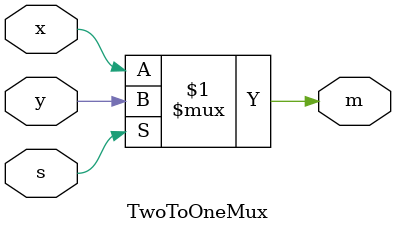
<source format=v>
module shiftRegister(SW, KEY, LEDR);
	input [9:0] SW; 
	input [3:0] KEY; //KEY[0] clk, KEY[1] Load_n, KEY[2] ShiftRight, KEY[3] ASR
	output [7:0] LEDR;

	wire [7:0] loadValue;
    		assign loadValue[7:0] = SW[7:0];
	wire reset_n;
    		assign reset_n = SW[9];
	wire Load_n;
		assign Load_n = KEY[1];
	wire ShiftRight;
		assign ShiftRight = KEY[2];
	wire ASR;
		assign ASR = KEY[3];
	wire clk;
		assign clk = KEY[0];

	wire w0;
	wire [7:0] Q;
	
	TwoToOneMux M0(.x(1'b0), 
			       .y(Q[7]), 
			       .s(ASR), 
			       .m(w0)
	);
    
	ShifterBit s7(
		.load_val(loadValue[7]), 
		.in(w0), .out(Q[7]), 
		.reset_n(reset_n), 
		.clk(clk), 
		.load_n(Load_n), 
		.shift(ShiftRight)
	);
	
	ShifterBit s6(
		.load_val(loadValue[6]), 
		.in(Q[7]), .out(Q[6]), 
		.reset_n(reset_n), 
		.clk(clk), 
		.load_n(Load_n), 
		.shift(ShiftRight)
	);

	ShifterBit s5(
		.load_val(loadValue[5]), 
		.in(Q[6]), 
		.out(Q[5]), 
		.reset_n(reset_n), 
		.clk(clk), 
		.load_n(Load_n), 
		.shift(ShiftRight)
	);
	
	ShifterBit s4(
		.load_val(loadValue[4]), 
		.in(Q[5]), 
		.out(Q[4]), 
		.reset_n(reset_n), 
		.clk(clk), 
		.load_n(Load_n), 
		.shift(ShiftRight)
	);

	ShifterBit s3(
		.load_val(loadValue[3]), 
		.in(Q[4]), 
		.out(Q[3]), 
		.reset_n(reset_n), 
		.clk(clk), 
		.load_n(Load_n), 
		.shift(ShiftRight)
	);

	ShifterBit s2(
		.load_val(loadValue[2]), 
		.in(Q[3]), 
		.out(Q[2]), 
		.reset_n(reset_n), 
		.clk(clk), 
		.load_n(Load_n), 
		.shift(ShiftRight)
	);

	ShifterBit s1(
		.load_val(loadValue[1]), 
		.in(Q[2]), 
		.out(Q[1]), 
		.reset_n(reset_n), 
		.clk(clk), 
		.load_n(Load_n), 
		.shift(ShiftRight)
	);

	ShifterBit s0(
		.load_val(loadValue[0]), 
		.in(Q[1]), 
		.out(Q[0]), 
		.reset_n(reset_n), 
		.clk(clk), 
		.load_n(Load_n), 
		.shift(ShiftRight)
	);

	assign LEDR[7:0] = Q[7:0];
endmodule

module ShifterBit(load_val, in, out, reset_n, clk, load_n, shift);
	input in, load_val, reset_n, clk, load_n, shift;
	output out;
	wire w1, w2;

	TwoToOneMux M0(
		.x(in), 
		.y(out), 
		.s(shift), 
		.m(w1)
	);

	TwoToOneMux M1(
		.x(load_val), 
		.y(w1),
		.s(load_n), 
		.m(w2)
	);

	FlipFlop F0(
		.d(w2), 
		.q(out), 
		.clock(clk), 
		.reset_n(reset_n)
	);
endmodule


module FlipFlop(d, q, clock, reset_n);
	input clock, reset_n;
	input d;
	output reg q;
	
	always @(posedge clock)
	begin
		if (reset_n == 1'b0)
			q <= 1'b0;
		else
			q <= d;
	end
endmodule

module TwoToOneMux(x, y, s, m);
	input x;	//selected when s is 0
	input y;	//selected when s is 1
	input s;	//select signal
	output m;	//output
	
	assign m = s ? y : x;
endmodule

</source>
